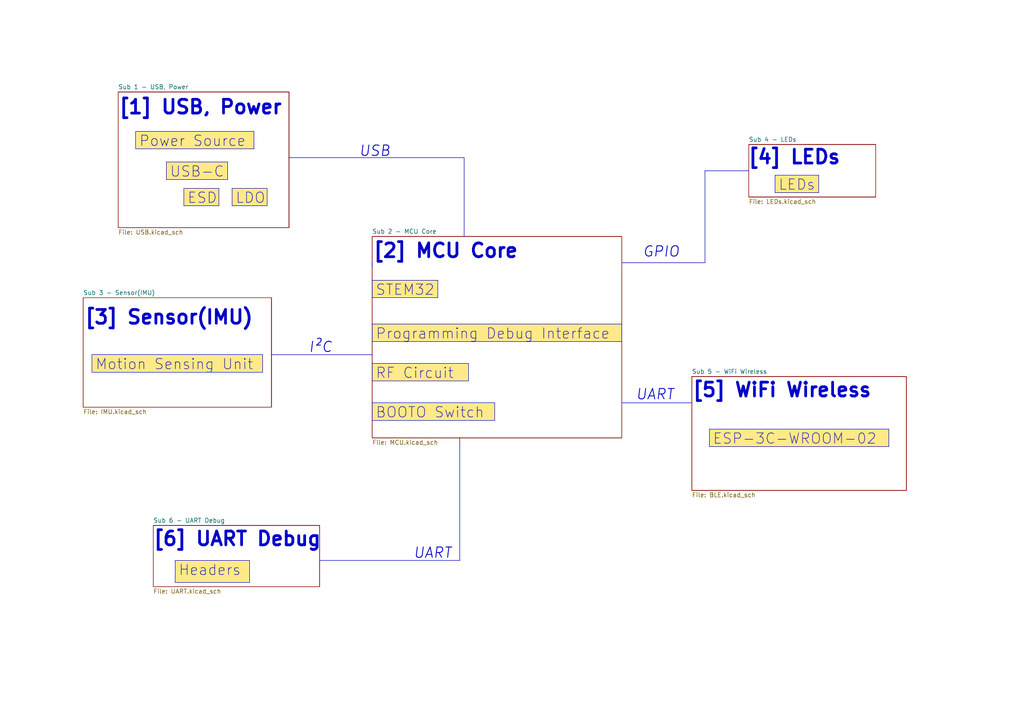
<source format=kicad_sch>
(kicad_sch
	(version 20250114)
	(generator "eeschema")
	(generator_version "9.0")
	(uuid "c3097aea-784a-464f-8e6d-2c357f7de5a4")
	(paper "A4")
	(lib_symbols)
	(text "[1] USB, Power"
		(exclude_from_sim no)
		(at 58.166 31.242 0)
		(effects
			(font
				(size 4 4)
				(thickness 0.8)
				(bold yes)
			)
		)
		(uuid "18c45cfc-5af3-42ce-b6c6-56808c82bfd3")
	)
	(text "UART"
		(exclude_from_sim no)
		(at 125.476 160.528 0)
		(effects
			(font
				(size 3 3)
				(thickness 0.25)
				(italic yes)
			)
		)
		(uuid "197dd4d2-ad3d-4156-af34-20883928629b")
	)
	(text "[5] WiFi Wireless"
		(exclude_from_sim no)
		(at 226.822 113.284 0)
		(effects
			(font
				(size 4 4)
				(thickness 0.8)
				(bold yes)
			)
		)
		(uuid "2556c841-1ccc-431c-9c9d-3b2e74abf189")
	)
	(text "UART"
		(exclude_from_sim no)
		(at 189.992 114.554 0)
		(effects
			(font
				(size 3 3)
				(thickness 0.25)
				(italic yes)
			)
		)
		(uuid "4075cc23-f934-41e4-8ee7-3b59d93227a5")
	)
	(text "USB"
		(exclude_from_sim no)
		(at 108.712 43.942 0)
		(effects
			(font
				(size 3 3)
				(thickness 0.25)
				(italic yes)
			)
		)
		(uuid "42794528-6799-409e-9933-abd79e3ca985")
	)
	(text "[3] Sensor(IMU)"
		(exclude_from_sim no)
		(at 49.022 92.202 0)
		(effects
			(font
				(size 4 4)
				(thickness 0.8)
				(bold yes)
			)
		)
		(uuid "5a22212a-ba8e-423d-8a91-63da30812714")
	)
	(text "GPIO"
		(exclude_from_sim no)
		(at 191.77 73.152 0)
		(effects
			(font
				(size 3 3)
				(thickness 0.25)
				(italic yes)
			)
		)
		(uuid "9581045e-e0b7-4f4d-8fd6-1535297465e7")
	)
	(text "[4] LEDs"
		(exclude_from_sim no)
		(at 230.378 45.72 0)
		(effects
			(font
				(size 4 4)
				(thickness 0.8)
				(bold yes)
			)
		)
		(uuid "bdb791a9-212e-47d0-ae0c-6a377e848561")
	)
	(text "[6] UART Debug"
		(exclude_from_sim no)
		(at 68.834 156.464 0)
		(effects
			(font
				(size 4 4)
				(thickness 0.8)
				(bold yes)
			)
		)
		(uuid "ce5ff2da-c6de-4e26-b054-086793fccb7a")
	)
	(text "[2] MCU Core"
		(exclude_from_sim no)
		(at 129.286 72.898 0)
		(effects
			(font
				(size 4 4)
				(thickness 0.8)
				(bold yes)
			)
		)
		(uuid "ddc1e616-12ab-4869-ad52-bcb76fa9ade6")
	)
	(text "I²C"
		(exclude_from_sim no)
		(at 92.964 100.838 0)
		(effects
			(font
				(size 3 3)
				(thickness 0.25)
				(italic yes)
			)
		)
		(uuid "e60da399-7915-4af3-ac7c-bdfb28e2bc8b")
	)
	(text_box "STEM32\n"
		(exclude_from_sim no)
		(at 107.95 81.28 0)
		(size 19.05 5.08)
		(margins 0.9525 0.9525 0.9525 0.9525)
		(stroke
			(width 0)
			(type solid)
		)
		(fill
			(type color)
			(color 255 233 136 1)
		)
		(effects
			(font
				(size 3 3)
			)
			(justify left top)
		)
		(uuid "0f5c503c-6a88-4464-96b2-376624ec7b80")
	)
	(text_box "LDO"
		(exclude_from_sim no)
		(at 67.31 54.61 0)
		(size 10.16 5.08)
		(margins 0.9525 0.9525 0.9525 0.9525)
		(stroke
			(width 0)
			(type solid)
		)
		(fill
			(type color)
			(color 255 233 136 1)
		)
		(effects
			(font
				(size 3 3)
			)
			(justify left top)
		)
		(uuid "167bfcec-1045-442f-9080-9983adedca46")
	)
	(text_box "Power Source"
		(exclude_from_sim no)
		(at 39.37 38.1 0)
		(size 34.29 5.08)
		(margins 0.9525 0.9525 0.9525 0.9525)
		(stroke
			(width 0)
			(type solid)
		)
		(fill
			(type color)
			(color 255 233 136 1)
		)
		(effects
			(font
				(size 3 3)
			)
			(justify left top)
		)
		(uuid "3753fb1c-c56d-4091-8be1-189b74dd8957")
	)
	(text_box "USB-C"
		(exclude_from_sim no)
		(at 48.26 46.99 0)
		(size 17.78 5.08)
		(margins 0.9525 0.9525 0.9525 0.9525)
		(stroke
			(width 0)
			(type solid)
		)
		(fill
			(type color)
			(color 255 233 136 1)
		)
		(effects
			(font
				(size 3 3)
			)
			(justify left top)
		)
		(uuid "71d4be8e-7e33-4d72-8150-c51e7503ecbe")
	)
	(text_box "ESD\n"
		(exclude_from_sim no)
		(at 53.34 54.61 0)
		(size 10.16 5.08)
		(margins 0.9525 0.9525 0.9525 0.9525)
		(stroke
			(width 0)
			(type solid)
		)
		(fill
			(type color)
			(color 255 233 136 1)
		)
		(effects
			(font
				(size 3 3)
			)
			(justify left top)
		)
		(uuid "849e4b2a-b8e5-47d9-a034-46da6af8cf5f")
	)
	(text_box "ESP-3C-WROOM-02"
		(exclude_from_sim no)
		(at 205.74 124.46 0)
		(size 52.07 5.08)
		(margins 0.9525 0.9525 0.9525 0.9525)
		(stroke
			(width 0)
			(type solid)
		)
		(fill
			(type color)
			(color 255 233 136 1)
		)
		(effects
			(font
				(size 3 3)
			)
			(justify left top)
		)
		(uuid "84c85a66-3c78-4730-a30d-87ff75d9c517")
	)
	(text_box "Headers"
		(exclude_from_sim no)
		(at 50.8 162.56 0)
		(size 21.59 6.35)
		(margins 0.9525 0.9525 0.9525 0.9525)
		(stroke
			(width 0)
			(type solid)
		)
		(fill
			(type color)
			(color 255 233 136 1)
		)
		(effects
			(font
				(size 3 3)
			)
			(justify left top)
		)
		(uuid "8658e4b2-bc85-4e2a-b4bf-a53612bbedeb")
	)
	(text_box "BOOTO Switch"
		(exclude_from_sim no)
		(at 107.95 116.84 0)
		(size 35.56 5.08)
		(margins 0.9525 0.9525 0.9525 0.9525)
		(stroke
			(width 0)
			(type solid)
		)
		(fill
			(type color)
			(color 255 233 136 1)
		)
		(effects
			(font
				(size 3 3)
			)
			(justify left top)
		)
		(uuid "a3b60bf0-dde1-4eae-9a7a-cf24b9d1a252")
	)
	(text_box "RF Circuit"
		(exclude_from_sim no)
		(at 107.95 105.41 0)
		(size 27.94 5.08)
		(margins 0.9525 0.9525 0.9525 0.9525)
		(stroke
			(width 0)
			(type solid)
		)
		(fill
			(type color)
			(color 255 233 136 1)
		)
		(effects
			(font
				(size 3 3)
			)
			(justify left top)
		)
		(uuid "aa83ff6b-239c-45d7-97aa-cb8488f9c1b3")
	)
	(text_box "Programming Debug Interface"
		(exclude_from_sim no)
		(at 107.95 93.98 0)
		(size 72.39 5.08)
		(margins 0.9525 0.9525 0.9525 0.9525)
		(stroke
			(width 0)
			(type solid)
		)
		(fill
			(type color)
			(color 255 233 136 1)
		)
		(effects
			(font
				(size 3 3)
			)
			(justify left top)
		)
		(uuid "c849deac-cb04-4fd5-9808-22be3ff1d0cd")
	)
	(text_box "LEDs"
		(exclude_from_sim no)
		(at 224.79 50.8 0)
		(size 12.7 5.08)
		(margins 0.9525 0.9525 0.9525 0.9525)
		(stroke
			(width 0)
			(type solid)
		)
		(fill
			(type color)
			(color 255 233 136 1)
		)
		(effects
			(font
				(size 3 3)
			)
			(justify left top)
		)
		(uuid "e00ada8c-d6a1-40ed-bf33-d48ffbf79b22")
	)
	(text_box "Motion Sensing Unit"
		(exclude_from_sim no)
		(at 26.67 102.87 0)
		(size 49.53 5.08)
		(margins 0.9525 0.9525 0.9525 0.9525)
		(stroke
			(width 0)
			(type solid)
		)
		(fill
			(type color)
			(color 255 233 136 1)
		)
		(effects
			(font
				(size 3 3)
			)
			(justify left top)
		)
		(uuid "f4aa90c1-ef05-4264-9869-9b653f9c2af4")
	)
	(polyline
		(pts
			(xy 78.74 102.87) (xy 107.95 102.87)
		)
		(stroke
			(width 0)
			(type default)
		)
		(uuid "061881c2-1aac-450a-a1a6-6a9733443f6b")
	)
	(polyline
		(pts
			(xy 107.95 76.2) (xy 107.95 77.47)
		)
		(stroke
			(width 0)
			(type default)
		)
		(uuid "1ff185ed-c7e4-4f1b-8e00-ad2ba6bdd234")
	)
	(polyline
		(pts
			(xy 97.79 45.72) (xy 134.62 45.72)
		)
		(stroke
			(width 0)
			(type default)
		)
		(uuid "2625b50c-9e99-4b8b-80a1-c002668b1a3f")
	)
	(polyline
		(pts
			(xy 134.62 45.72) (xy 134.62 68.58)
		)
		(stroke
			(width 0)
			(type default)
		)
		(uuid "29987db8-07c9-4cda-a2d1-4b9a08cd62b6")
	)
	(polyline
		(pts
			(xy 83.82 45.72) (xy 97.79 45.72)
		)
		(stroke
			(width 0)
			(type default)
		)
		(uuid "3dc257e5-e724-4ea9-a584-59b669702a29")
	)
	(polyline
		(pts
			(xy 217.17 49.53) (xy 204.47 49.53)
		)
		(stroke
			(width 0)
			(type default)
		)
		(uuid "4e9cbced-e36e-4106-b40d-ad3a3aa45653")
	)
	(polyline
		(pts
			(xy 133.35 127) (xy 133.35 162.56)
		)
		(stroke
			(width 0)
			(type default)
		)
		(uuid "53eaa805-280d-4a97-98f7-42acce5bb0e8")
	)
	(polyline
		(pts
			(xy 180.34 116.84) (xy 200.66 116.84)
		)
		(stroke
			(width 0)
			(type default)
		)
		(uuid "8b119efd-42c1-4c37-a30e-dbb37292aa6a")
	)
	(polyline
		(pts
			(xy 180.34 76.2) (xy 204.47 76.2)
		)
		(stroke
			(width 0)
			(type default)
		)
		(uuid "9bc13819-6c68-48a2-bc3d-1dd1d7ce8a04")
	)
	(polyline
		(pts
			(xy 204.47 49.53) (xy 204.47 76.2)
		)
		(stroke
			(width 0)
			(type default)
		)
		(uuid "a69bf60b-b272-4b2c-8c04-0b88b2d5740d")
	)
	(polyline
		(pts
			(xy 92.71 162.56) (xy 133.35 162.56)
		)
		(stroke
			(width 0)
			(type default)
		)
		(uuid "e1ed6fe5-099c-410b-94fb-8297961ca030")
	)
	(sheet
		(at 200.66 109.22)
		(size 62.23 33.02)
		(exclude_from_sim no)
		(in_bom yes)
		(on_board yes)
		(dnp no)
		(fields_autoplaced yes)
		(stroke
			(width 0.1524)
			(type solid)
		)
		(fill
			(color 0 0 0 0.0000)
		)
		(uuid "41ea77ad-01ad-4b09-8c8a-e0e6020f3600")
		(property "Sheetname" "Sub 5 - WiFi Wireless"
			(at 200.66 108.5084 0)
			(effects
				(font
					(size 1.27 1.27)
				)
				(justify left bottom)
			)
		)
		(property "Sheetfile" "BLE.kicad_sch"
			(at 200.66 142.8246 0)
			(effects
				(font
					(size 1.27 1.27)
				)
				(justify left top)
			)
		)
		(instances
			(project "Position and Motion Monitor"
				(path "/c3097aea-784a-464f-8e6d-2c357f7de5a4"
					(page "6")
				)
			)
		)
	)
	(sheet
		(at 24.13 86.36)
		(size 54.61 31.75)
		(exclude_from_sim no)
		(in_bom yes)
		(on_board yes)
		(dnp no)
		(fields_autoplaced yes)
		(stroke
			(width 0.1524)
			(type solid)
		)
		(fill
			(color 0 0 0 0.0000)
		)
		(uuid "54e550e4-062a-40ad-8604-445329496563")
		(property "Sheetname" "Sub 3 - Sensor(IMU)"
			(at 24.13 85.6484 0)
			(effects
				(font
					(size 1.27 1.27)
				)
				(justify left bottom)
			)
		)
		(property "Sheetfile" "IMU.kicad_sch"
			(at 24.13 118.6946 0)
			(effects
				(font
					(size 1.27 1.27)
				)
				(justify left top)
			)
		)
		(instances
			(project "Position and Motion Monitor"
				(path "/c3097aea-784a-464f-8e6d-2c357f7de5a4"
					(page "4")
				)
			)
		)
	)
	(sheet
		(at 44.45 152.4)
		(size 48.26 17.78)
		(exclude_from_sim no)
		(in_bom yes)
		(on_board yes)
		(dnp no)
		(fields_autoplaced yes)
		(stroke
			(width 0.1524)
			(type solid)
		)
		(fill
			(color 0 0 0 0.0000)
		)
		(uuid "68177ff0-9df9-4532-a577-aa7f1054c538")
		(property "Sheetname" "Sub 6 - UART Debug"
			(at 44.45 151.6884 0)
			(effects
				(font
					(size 1.27 1.27)
				)
				(justify left bottom)
			)
		)
		(property "Sheetfile" "UART.kicad_sch"
			(at 44.45 170.7646 0)
			(effects
				(font
					(size 1.27 1.27)
				)
				(justify left top)
			)
		)
		(instances
			(project "Position and Motion Monitor"
				(path "/c3097aea-784a-464f-8e6d-2c357f7de5a4"
					(page "7")
				)
			)
		)
	)
	(sheet
		(at 34.29 26.67)
		(size 49.53 39.37)
		(exclude_from_sim no)
		(in_bom yes)
		(on_board yes)
		(dnp no)
		(fields_autoplaced yes)
		(stroke
			(width 0.1524)
			(type solid)
		)
		(fill
			(color 0 0 0 0.0000)
		)
		(uuid "d35f6f96-0764-4584-ba46-732f14de9845")
		(property "Sheetname" "Sub 1 - USB, Power"
			(at 34.29 25.9584 0)
			(effects
				(font
					(size 1.27 1.27)
				)
				(justify left bottom)
			)
		)
		(property "Sheetfile" "USB.kicad_sch"
			(at 34.29 66.6246 0)
			(effects
				(font
					(size 1.27 1.27)
				)
				(justify left top)
			)
		)
		(instances
			(project "Position and Motion Monitor"
				(path "/c3097aea-784a-464f-8e6d-2c357f7de5a4"
					(page "2")
				)
			)
		)
	)
	(sheet
		(at 107.95 68.58)
		(size 72.39 58.42)
		(exclude_from_sim no)
		(in_bom yes)
		(on_board yes)
		(dnp no)
		(fields_autoplaced yes)
		(stroke
			(width 0.1524)
			(type solid)
		)
		(fill
			(color 0 0 0 0.0000)
		)
		(uuid "de1877f0-6a8c-4509-975a-6206521e0f74")
		(property "Sheetname" "Sub 2 - MCU Core"
			(at 107.95 67.8684 0)
			(effects
				(font
					(size 1.27 1.27)
				)
				(justify left bottom)
			)
		)
		(property "Sheetfile" "MCU.kicad_sch"
			(at 107.95 127.5846 0)
			(effects
				(font
					(size 1.27 1.27)
				)
				(justify left top)
			)
		)
		(instances
			(project "Position and Motion Monitor"
				(path "/c3097aea-784a-464f-8e6d-2c357f7de5a4"
					(page "3")
				)
			)
		)
	)
	(sheet
		(at 217.17 41.91)
		(size 36.83 15.24)
		(exclude_from_sim no)
		(in_bom yes)
		(on_board yes)
		(dnp no)
		(fields_autoplaced yes)
		(stroke
			(width 0.1524)
			(type solid)
		)
		(fill
			(color 0 0 0 0.0000)
		)
		(uuid "eed42be4-b0c6-4482-ba97-c7434df3a728")
		(property "Sheetname" "Sub 4 - LEDs"
			(at 217.17 41.1984 0)
			(effects
				(font
					(size 1.27 1.27)
				)
				(justify left bottom)
			)
		)
		(property "Sheetfile" "LEDs.kicad_sch"
			(at 217.17 57.7346 0)
			(effects
				(font
					(size 1.27 1.27)
				)
				(justify left top)
			)
		)
		(instances
			(project "Position and Motion Monitor"
				(path "/c3097aea-784a-464f-8e6d-2c357f7de5a4"
					(page "5")
				)
			)
		)
	)
	(sheet_instances
		(path "/"
			(page "1")
		)
	)
	(embedded_fonts no)
)

</source>
